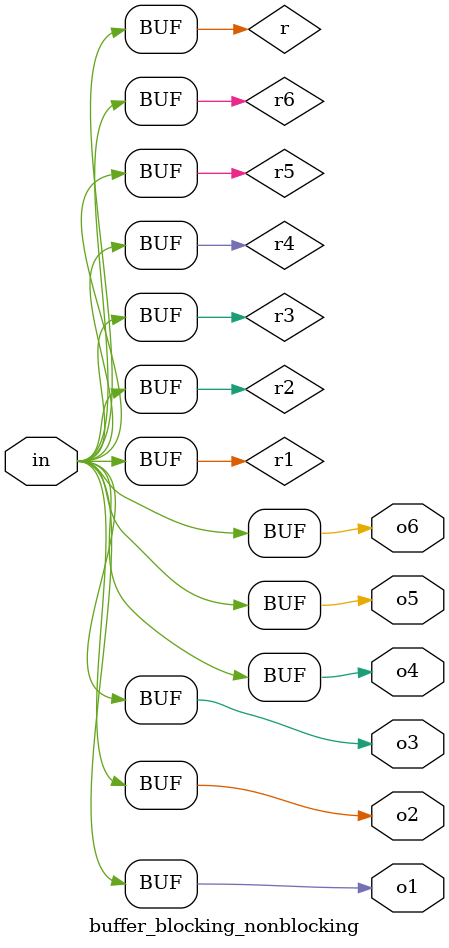
<source format=v>
`timescale 1ns / 1ps


module buffer_blocking_nonblocking(
    input in,
    output o1,
    output o2,
    output o3,
    output o4,
    output o5,
    output o6
    );
    reg r1,r2,r3,r4,r5,r6;
    wire r = in;
    
    always@(r)
    begin
    r1 = r; // blocking & No delay
    end
    assign o1 = r1;
    
    always@(r)
    begin
    r2 = r; // Non blocking & No delay
    end
    assign o2 = r2;
    
    always@(r)
    begin
    #5 r3 = r; // blocking & delayed evaluation
    end
    assign o3 = r3;

    always@(r)
    begin
    #5 r4 <= r; // Non blocking & delayed evaluation
    end
    assign o4 = r4;

    always@(r)
    begin
    r5 =#5 r; // Non blocking & No delay
    end
    assign o5 = r5;

    always@(r)
    begin
    r6 <= #5 r; // Non blocking & No delay
    end
    assign o6 = r6;
         
endmodule

</source>
